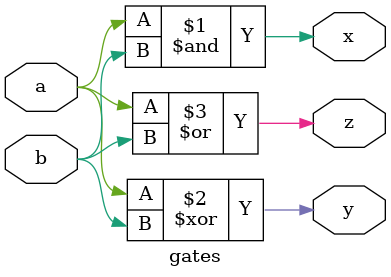
<source format=v>
module gates(input a, input b, output x,output y,output z);

  assign x = a & b;
  assign y=a^b;
  assign z=a|b;

endmodule
</source>
